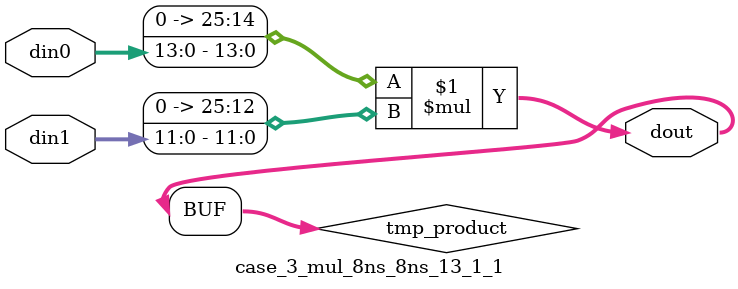
<source format=v>

`timescale 1 ns / 1 ps

 (* use_dsp = "no" *)  module case_3_mul_8ns_8ns_13_1_1(din0, din1, dout);
parameter ID = 1;
parameter NUM_STAGE = 0;
parameter din0_WIDTH = 14;
parameter din1_WIDTH = 12;
parameter dout_WIDTH = 26;

input [din0_WIDTH - 1 : 0] din0; 
input [din1_WIDTH - 1 : 0] din1; 
output [dout_WIDTH - 1 : 0] dout;

wire signed [dout_WIDTH - 1 : 0] tmp_product;
























assign tmp_product = $signed({1'b0, din0}) * $signed({1'b0, din1});











assign dout = tmp_product;





















endmodule

</source>
